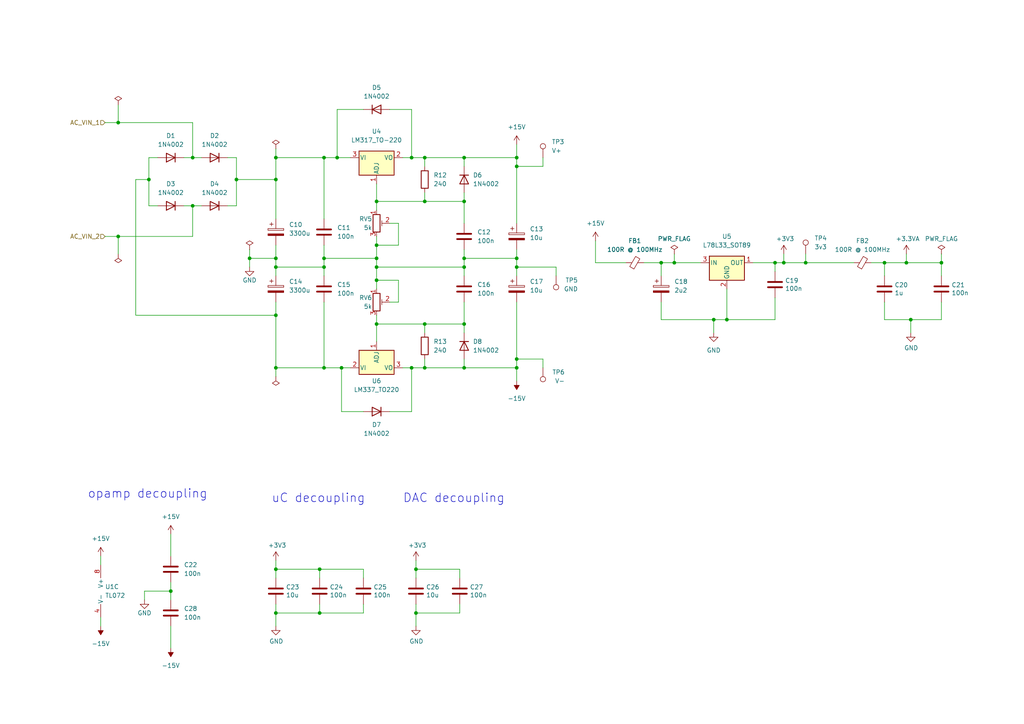
<source format=kicad_sch>
(kicad_sch (version 20230121) (generator eeschema)
  (paper "A4")
  (title_block (title "M.S.M. Stereo Lowpass Filter Pedal") (date "2022-06-07") (rev "0") (comment 2 "creativecommons.org/licenses/by/4.0") (comment 3 "License: CC by 4.0") (comment 4 "Author: Jordan Aceto"))
  (lib_symbols
    (symbol "Amplifier_Operational:TL072" (pin_names (offset 0.127))
      (property "Reference" "U" (at 0 5.08 0))
      (property "Value" "TL072" (at 0 -5.08 0))
      (symbol "TL072_1_1"
        (polyline (pts (xy -5.08 5.08) (xy 5.08 0) (xy -5.08 -5.08) (xy -5.08 5.08)) (stroke (width 0.254)) (fill (type background)))
        (pin output line (at 7.62 0 180) (length 2.54) (name "~") (number "1"))
        (pin input line (at -7.62 -2.54 0) (length 2.54) (name "-") (number "2"))
        (pin input line (at -7.62 2.54 0) (length 2.54) (name "+") (number "3"))
      )
      (symbol "TL072_2_1"
        (polyline (pts (xy -5.08 5.08) (xy 5.08 0) (xy -5.08 -5.08) (xy -5.08 5.08)) (stroke (width 0.254)) (fill (type background)))
        (pin input line (at -7.62 2.54 0) (length 2.54) (name "+") (number "5"))
        (pin input line (at -7.62 -2.54 0) (length 2.54) (name "-") (number "6"))
        (pin output line (at 7.62 0 180) (length 2.54) (name "~") (number "7"))
      )
      (symbol "TL072_3_1"
        (pin power_in line (at -2.54 -7.62 90) (length 3.81) (name "V-") (number "4"))
        (pin power_in line (at -2.54 7.62 270) (length 3.81) (name "V+") (number "8"))
      )
    )
    (symbol "Connector:TestPoint" (pin_numbers hide) (pin_names (offset 0.762) hide)
      (property "Reference" "TP" (at 0 6.858 0))
      (property "Value" "TestPoint" (at 0 5.08 0))
      (symbol "TestPoint_0_1"
        (circle (center 0 3.302) (radius 0.762))
      )
      (symbol "TestPoint_1_1"
        (pin passive line (at 0 0 90) (length 2.54) (name "1") (number "1"))
      )
    )
    (symbol "Device:C" (pin_numbers hide) (pin_names (offset 0.254))
      (property "Reference" "C" (at 0.635 2.54 0))
      (property "Value" "C" (at 0.635 -2.54 0))
      (symbol "C_0_1"
        (polyline (pts (xy -2.032 -0.762) (xy 2.032 -0.762)) (stroke (width 0.508)))
        (polyline (pts (xy -2.032 0.762) (xy 2.032 0.762)) (stroke (width 0.508)))
      )
      (symbol "C_1_1"
        (pin passive line (at 0 3.81 270) (length 2.794) (name "~") (number "1"))
        (pin passive line (at 0 -3.81 90) (length 2.794) (name "~") (number "2"))
      )
    )
    (symbol "Device:C_Polarized" (pin_numbers hide) (pin_names (offset 0.254))
      (property "Reference" "C" (at 0.635 2.54 0))
      (property "Value" "C_Polarized" (at 0.635 -2.54 0))
      (symbol "C_Polarized_0_1"
        (rectangle (start -2.286 0.508) (end 2.286 1.016))
        (polyline (pts (xy -1.778 2.286) (xy -0.762 2.286)))
        (polyline (pts (xy -1.27 2.794) (xy -1.27 1.778)))
        (rectangle (start 2.286 -0.508) (end -2.286 -1.016) (fill (type outline)))
      )
      (symbol "C_Polarized_1_1"
        (pin passive line (at 0 3.81 270) (length 2.794) (name "~") (number "1"))
        (pin passive line (at 0 -3.81 90) (length 2.794) (name "~") (number "2"))
      )
    )
    (symbol "Device:FerriteBead_Small" (pin_numbers hide) (pin_names (offset 0))
      (property "Reference" "FB" (at 1.905 1.27 0))
      (property "Value" "FerriteBead_Small" (at 1.905 -1.27 0))
      (symbol "FerriteBead_Small_0_1"
        (polyline (pts (xy 0 -1.27) (xy 0 -0.7874)))
        (polyline (pts (xy 0 0.889) (xy 0 1.2954)))
        (polyline (pts (xy -1.8288 0.2794) (xy -1.1176 1.4986) (xy 1.8288 -0.2032) (xy 1.1176 -1.4224) (xy -1.8288 0.2794)))
      )
      (symbol "FerriteBead_Small_1_1"
        (pin passive line (at 0 2.54 270) (length 1.27) (name "~") (number "1"))
        (pin passive line (at 0 -2.54 90) (length 1.27) (name "~") (number "2"))
      )
    )
    (symbol "Device:R" (pin_numbers hide) (pin_names (offset 0))
      (property "Reference" "R" (at 2.032 0 90))
      (property "Value" "R" (at 0 0 90))
      (symbol "R_0_1"
        (rectangle (start -1.016 -2.54) (end 1.016 2.54) (stroke (width 0.254)))
      )
      (symbol "R_1_1"
        (pin passive line (at 0 3.81 270) (length 1.27) (name "~") (number "1"))
        (pin passive line (at 0 -3.81 90) (length 1.27) (name "~") (number "2"))
      )
    )
    (symbol "Device:R_Potentiometer_Trim" (pin_names (offset 1.016) hide)
      (property "Reference" "RV" (at -4.445 0 90))
      (property "Value" "R_Potentiometer_Trim" (at -2.54 0 90))
      (symbol "R_Potentiometer_Trim_0_1"
        (polyline (pts (xy 1.524 0.762) (xy 1.524 -0.762)))
        (polyline (pts (xy 2.54 0) (xy 1.524 0)))
        (rectangle (start 1.016 2.54) (end -1.016 -2.54) (stroke (width 0.254)))
      )
      (symbol "R_Potentiometer_Trim_1_1"
        (pin passive line (at 0 3.81 270) (length 1.27) (name "1") (number "1"))
        (pin passive line (at 3.81 0 180) (length 1.27) (name "2") (number "2"))
        (pin passive line (at 0 -3.81 90) (length 1.27) (name "3") (number "3"))
      )
    )
    (symbol "Diode:1N4002" (pin_numbers hide) (pin_names (offset 1.016) hide)
      (property "Reference" "D" (at 0 2.54 0))
      (property "Value" "1N4002" (at 0 -2.54 0))
      (symbol "1N4002_0_1"
        (polyline (pts (xy -1.27 1.27) (xy -1.27 -1.27)) (stroke (width 0.254)))
        (polyline (pts (xy 1.27 0) (xy -1.27 0)))
        (polyline (pts (xy 1.27 1.27) (xy 1.27 -1.27) (xy -1.27 0) (xy 1.27 1.27)) (stroke (width 0.254)))
      )
      (symbol "1N4002_1_1"
        (pin passive line (at -3.81 0 0) (length 2.54) (name "K") (number "1"))
        (pin passive line (at 3.81 0 180) (length 2.54) (name "A") (number "2"))
      )
    )
    (symbol "Regulator_Linear:L78L33_SOT89" (pin_names (offset 0.254))
      (property "Reference" "U" (at -3.81 3.175 0))
      (property "Value" "L78L33_SOT89" (at -0.635 3.175 0))
      (symbol "L78L33_SOT89_0_1"
        (rectangle (start -5.08 1.905) (end 5.08 -5.08) (stroke (width 0.254)) (fill (type background)))
      )
      (symbol "L78L33_SOT89_1_1"
        (pin power_out line (at 7.62 0 180) (length 2.54) (name "OUT") (number "1"))
        (pin power_in line (at 0 -7.62 90) (length 2.54) (name "GND") (number "2"))
        (pin power_in line (at -7.62 0 0) (length 2.54) (name "IN") (number "3"))
      )
    )
    (symbol "Regulator_Linear:LM317_TO-220" (pin_names (offset 0.254))
      (property "Reference" "U" (at -3.81 3.175 0))
      (property "Value" "LM317_TO-220" (at 0 3.175 0))
      (symbol "LM317_TO-220_0_1"
        (rectangle (start -5.08 1.905) (end 5.08 -5.08) (stroke (width 0.254)) (fill (type background)))
      )
      (symbol "LM317_TO-220_1_1"
        (pin input line (at 0 -7.62 90) (length 2.54) (name "ADJ") (number "1"))
        (pin power_out line (at 7.62 0 180) (length 2.54) (name "VO") (number "2"))
        (pin power_in line (at -7.62 0 0) (length 2.54) (name "VI") (number "3"))
      )
    )
    (symbol "Regulator_Linear:LM337_TO220" (pin_names (offset 0.254))
      (property "Reference" "U" (at -3.81 -3.175 0))
      (property "Value" "LM337_TO220" (at 0 -3.175 0))
      (symbol "LM337_TO220_0_1"
        (rectangle (start -5.08 5.08) (end 5.08 -1.905) (stroke (width 0.254)) (fill (type background)))
      )
      (symbol "LM337_TO220_1_1"
        (pin input line (at 0 7.62 270) (length 2.54) (name "ADJ") (number "1"))
        (pin power_in line (at -7.62 0 0) (length 2.54) (name "VI") (number "2"))
        (pin power_out line (at 7.62 0 180) (length 2.54) (name "VO") (number "3"))
      )
    )
    (symbol "power:+15V" (power) (pin_names (offset 0))
      (property "Value" "+15V" (at 0 3.556 0))
      (symbol "+15V_0_1"
        (polyline (pts (xy -0.762 1.27) (xy 0 2.54)))
        (polyline (pts (xy 0 0) (xy 0 2.54)))
        (polyline (pts (xy 0 2.54) (xy 0.762 1.27)))
      )
      (symbol "+15V_1_1"
        (pin power_in line (at 0 0 90) (length 0) hide (name "+15V") (number "1"))
      )
    )
    (symbol "power:+3.3V" (power) (pin_names (offset 0))
      (property "Value" "+3.3V" (at 0 3.556 0))
      (symbol "+3.3V_0_1"
        (polyline (pts (xy -0.762 1.27) (xy 0 2.54)))
        (polyline (pts (xy 0 0) (xy 0 2.54)))
        (polyline (pts (xy 0 2.54) (xy 0.762 1.27)))
      )
      (symbol "+3.3V_1_1"
        (pin power_in line (at 0 0 90) (length 0) hide (name "+3V3") (number "1"))
      )
    )
    (symbol "power:+3.3VA" (power) (pin_names (offset 0))
      (property "Value" "+3.3VA" (at 0 3.556 0))
      (symbol "+3.3VA_0_1"
        (polyline (pts (xy -0.762 1.27) (xy 0 2.54)))
        (polyline (pts (xy 0 0) (xy 0 2.54)))
        (polyline (pts (xy 0 2.54) (xy 0.762 1.27)))
      )
      (symbol "+3.3VA_1_1"
        (pin power_in line (at 0 0 90) (length 0) hide (name "+3.3VA") (number "1"))
      )
    )
    (symbol "power:-15V" (power) (pin_names (offset 0))
      (property "Value" "-15V" (at 0 3.81 0))
      (symbol "-15V_0_0"
        (pin power_in line (at 0 0 90) (length 0) hide (name "-15V") (number "1"))
      )
      (symbol "-15V_0_1"
        (polyline (pts (xy 0 0) (xy 0 1.27) (xy 0.762 1.27) (xy 0 2.54) (xy -0.762 1.27) (xy 0 1.27)) (fill (type outline)))
      )
    )
    (symbol "power:GND" (power) (pin_names (offset 0))
      (property "Value" "GND" (at 0 -3.81 0))
      (symbol "GND_0_1"
        (polyline (pts (xy 0 0) (xy 0 -1.27) (xy 1.27 -1.27) (xy 0 -2.54) (xy -1.27 -1.27) (xy 0 -1.27)))
      )
      (symbol "GND_1_1"
        (pin power_in line (at 0 0 270) (length 0) hide (name "GND") (number "1"))
      )
    )
    (symbol "power:PWR_FLAG" (power) (pin_numbers hide) (pin_names (offset 0) hide)
      (property "Value" "PWR_FLAG" (at 0 3.81 0))
      (symbol "PWR_FLAG_0_0"
        (pin power_out line (at 0 0 90) (length 0) (name "pwr") (number "1"))
      )
      (symbol "PWR_FLAG_0_1"
        (polyline (pts (xy 0 0) (xy 0 1.27) (xy -1.016 1.905) (xy 0 2.54) (xy 1.016 1.905) (xy 0 1.27)))
      )
    )
  )
  (junction (at 109.22 74.93))
  (junction (at 195.58 76.2))
  (junction (at 34.29 35.56))
  (junction (at 134.62 74.93))
  (junction (at 264.16 92.71))
  (junction (at 119.38 106.68))
  (junction (at 256.54 76.2))
  (junction (at 93.98 45.72))
  (junction (at 149.86 48.26))
  (junction (at 109.22 81.28))
  (junction (at 43.18 52.07))
  (junction (at 34.29 68.58))
  (junction (at 149.86 106.68))
  (junction (at 134.62 45.72))
  (junction (at 109.22 71.12))
  (junction (at 134.62 93.98))
  (junction (at 80.01 74.93))
  (junction (at 123.19 58.42))
  (junction (at 134.62 106.68))
  (junction (at 120.65 177.8))
  (junction (at 80.01 165.1))
  (junction (at 93.98 74.93))
  (junction (at 99.06 106.68))
  (junction (at 207.01 92.71))
  (junction (at 109.22 77.47))
  (junction (at 149.86 104.14))
  (junction (at 92.71 165.1))
  (junction (at 97.79 45.72))
  (junction (at 149.86 77.47))
  (junction (at 134.62 58.42))
  (junction (at 93.98 77.47))
  (junction (at 123.19 93.98))
  (junction (at 120.65 165.1))
  (junction (at 92.71 177.8))
  (junction (at 134.62 77.47))
  (junction (at 123.19 106.68))
  (junction (at 80.01 52.07))
  (junction (at 273.05 76.2))
  (junction (at 227.33 76.2))
  (junction (at 191.77 76.2))
  (junction (at 55.88 59.69))
  (junction (at 80.01 77.47))
  (junction (at 80.01 91.44))
  (junction (at 262.89 76.2))
  (junction (at 149.86 45.72))
  (junction (at 68.58 52.07))
  (junction (at 55.88 45.72))
  (junction (at 72.39 74.93))
  (junction (at 210.82 92.71))
  (junction (at 149.86 74.93))
  (junction (at 109.22 93.98))
  (junction (at 93.98 106.68))
  (junction (at 49.53 171.45))
  (junction (at 123.19 45.72))
  (junction (at 80.01 45.72))
  (junction (at 233.68 76.2))
  (junction (at 224.79 76.2))
  (junction (at 109.22 58.42))
  (junction (at 80.01 106.68))
  (junction (at 119.38 45.72))
  (junction (at 80.01 177.8))
  (wire (pts (xy 34.29 68.58) (xy 34.29 73.66)))
  (wire (pts (xy 233.68 73.66) (xy 233.68 76.2)))
  (wire (pts (xy 93.98 77.47) (xy 93.98 80.01)))
  (wire (pts (xy 80.01 77.47) (xy 80.01 80.01)))
  (wire (pts (xy 43.18 45.72) (xy 43.18 52.07)))
  (wire (pts (xy 123.19 58.42) (xy 134.62 58.42)))
  (wire (pts (xy 157.48 104.14) (xy 149.86 104.14)))
  (wire (pts (xy 68.58 52.07) (xy 80.01 52.07)))
  (wire (pts (xy 72.39 74.93) (xy 80.01 74.93)))
  (wire (pts (xy 273.05 73.66) (xy 273.05 76.2)))
  (wire (pts (xy 109.22 58.42) (xy 123.19 58.42)))
  (wire (pts (xy 109.22 93.98) (xy 123.19 93.98)))
  (wire (pts (xy 191.77 92.71) (xy 207.01 92.71)))
  (wire (pts (xy 49.53 171.45) (xy 49.53 173.99)))
  (wire (pts (xy 134.62 72.39) (xy 134.62 74.93)))
  (wire (pts (xy 29.21 179.07) (xy 29.21 181.61)))
  (wire (pts (xy 273.05 76.2) (xy 273.05 80.01)))
  (wire (pts (xy 34.29 30.48) (xy 34.29 35.56)))
  (wire (pts (xy 49.53 181.61) (xy 49.53 187.96)))
  (wire (pts (xy 80.01 52.07) (xy 80.01 45.72)))
  (wire (pts (xy 109.22 71.12) (xy 109.22 74.93)))
  (wire (pts (xy 80.01 45.72) (xy 93.98 45.72)))
  (wire (pts (xy 97.79 45.72) (xy 97.79 31.75)))
  (wire (pts (xy 115.57 87.63) (xy 113.03 87.63)))
  (wire (pts (xy 30.48 68.58) (xy 34.29 68.58)))
  (wire (pts (xy 72.39 77.47) (xy 72.39 74.93)))
  (wire (pts (xy 80.01 74.93) (xy 80.01 77.47)))
  (wire (pts (xy 195.58 76.2) (xy 203.2 76.2)))
  (wire (pts (xy 30.48 35.56) (xy 34.29 35.56)))
  (wire (pts (xy 105.41 167.64) (xy 105.41 165.1)))
  (wire (pts (xy 39.37 91.44) (xy 80.01 91.44)))
  (wire (pts (xy 119.38 45.72) (xy 116.84 45.72)))
  (wire (pts (xy 149.86 77.47) (xy 149.86 80.01)))
  (wire (pts (xy 113.03 64.77) (xy 115.57 64.77)))
  (wire (pts (xy 123.19 55.88) (xy 123.19 58.42)))
  (wire (pts (xy 224.79 78.74) (xy 224.79 76.2)))
  (wire (pts (xy 80.01 181.61) (xy 80.01 177.8)))
  (wire (pts (xy 41.91 171.45) (xy 49.53 171.45)))
  (wire (pts (xy 101.6 45.72) (xy 97.79 45.72)))
  (wire (pts (xy 109.22 77.47) (xy 109.22 74.93)))
  (wire (pts (xy 161.29 77.47) (xy 149.86 77.47)))
  (wire (pts (xy 123.19 104.14) (xy 123.19 106.68)))
  (wire (pts (xy 227.33 76.2) (xy 233.68 76.2)))
  (wire (pts (xy 43.18 52.07) (xy 39.37 52.07)))
  (wire (pts (xy 115.57 64.77) (xy 115.57 71.12)))
  (wire (pts (xy 120.65 162.56) (xy 120.65 165.1)))
  (wire (pts (xy 134.62 77.47) (xy 134.62 80.01)))
  (wire (pts (xy 93.98 106.68) (xy 99.06 106.68)))
  (wire (pts (xy 116.84 106.68) (xy 119.38 106.68)))
  (wire (pts (xy 207.01 92.71) (xy 210.82 92.71)))
  (wire (pts (xy 149.86 104.14) (xy 149.86 87.63)))
  (wire (pts (xy 55.88 59.69) (xy 58.42 59.69)))
  (wire (pts (xy 120.65 165.1) (xy 133.35 165.1)))
  (wire (pts (xy 224.79 76.2) (xy 218.44 76.2)))
  (wire (pts (xy 105.41 119.38) (xy 99.06 119.38)))
  (wire (pts (xy 134.62 45.72) (xy 149.86 45.72)))
  (wire (pts (xy 80.01 77.47) (xy 93.98 77.47)))
  (wire (pts (xy 120.65 177.8) (xy 133.35 177.8)))
  (wire (pts (xy 68.58 45.72) (xy 66.04 45.72)))
  (wire (pts (xy 134.62 104.14) (xy 134.62 106.68)))
  (wire (pts (xy 224.79 76.2) (xy 227.33 76.2)))
  (wire (pts (xy 109.22 77.47) (xy 109.22 81.28)))
  (wire (pts (xy 66.04 59.69) (xy 68.58 59.69)))
  (wire (pts (xy 80.01 91.44) (xy 80.01 87.63)))
  (wire (pts (xy 149.86 106.68) (xy 149.86 104.14)))
  (wire (pts (xy 123.19 93.98) (xy 134.62 93.98)))
  (wire (pts (xy 80.01 91.44) (xy 80.01 106.68)))
  (wire (pts (xy 120.65 165.1) (xy 120.65 167.64)))
  (wire (pts (xy 123.19 45.72) (xy 119.38 45.72)))
  (wire (pts (xy 134.62 74.93) (xy 134.62 77.47)))
  (wire (pts (xy 99.06 106.68) (xy 101.6 106.68)))
  (wire (pts (xy 233.68 76.2) (xy 247.65 76.2)))
  (wire (pts (xy 68.58 59.69) (xy 68.58 52.07)))
  (wire (pts (xy 105.41 177.8) (xy 105.41 175.26)))
  (wire (pts (xy 43.18 59.69) (xy 45.72 59.69)))
  (wire (pts (xy 93.98 45.72) (xy 97.79 45.72)))
  (wire (pts (xy 210.82 83.82) (xy 210.82 92.71)))
  (wire (pts (xy 256.54 76.2) (xy 262.89 76.2)))
  (wire (pts (xy 80.01 52.07) (xy 80.01 63.5)))
  (wire (pts (xy 80.01 177.8) (xy 92.71 177.8)))
  (wire (pts (xy 93.98 74.93) (xy 93.98 77.47)))
  (wire (pts (xy 109.22 77.47) (xy 134.62 77.47)))
  (wire (pts (xy 134.62 58.42) (xy 134.62 55.88)))
  (wire (pts (xy 53.34 45.72) (xy 55.88 45.72)))
  (wire (pts (xy 115.57 81.28) (xy 109.22 81.28)))
  (wire (pts (xy 55.88 45.72) (xy 58.42 45.72)))
  (wire (pts (xy 227.33 73.66) (xy 227.33 76.2)))
  (wire (pts (xy 45.72 45.72) (xy 43.18 45.72)))
  (wire (pts (xy 207.01 96.52) (xy 207.01 92.71)))
  (wire (pts (xy 134.62 87.63) (xy 134.62 93.98)))
  (wire (pts (xy 80.01 162.56) (xy 80.01 165.1)))
  (wire (pts (xy 99.06 119.38) (xy 99.06 106.68)))
  (wire (pts (xy 224.79 92.71) (xy 224.79 86.36)))
  (wire (pts (xy 92.71 177.8) (xy 92.71 175.26)))
  (wire (pts (xy 119.38 119.38) (xy 119.38 106.68)))
  (wire (pts (xy 256.54 92.71) (xy 256.54 87.63)))
  (wire (pts (xy 123.19 45.72) (xy 134.62 45.72)))
  (wire (pts (xy 157.48 48.26) (xy 149.86 48.26)))
  (wire (pts (xy 134.62 106.68) (xy 149.86 106.68)))
  (wire (pts (xy 120.65 175.26) (xy 120.65 177.8)))
  (wire (pts (xy 55.88 35.56) (xy 55.88 45.72)))
  (wire (pts (xy 273.05 87.63) (xy 273.05 92.71)))
  (wire (pts (xy 92.71 167.64) (xy 92.71 165.1)))
  (wire (pts (xy 34.29 68.58) (xy 55.88 68.58)))
  (wire (pts (xy 41.91 173.99) (xy 41.91 171.45)))
  (wire (pts (xy 149.86 72.39) (xy 149.86 74.93)))
  (wire (pts (xy 80.01 71.12) (xy 80.01 74.93)))
  (wire (pts (xy 273.05 92.71) (xy 264.16 92.71)))
  (wire (pts (xy 55.88 59.69) (xy 53.34 59.69)))
  (wire (pts (xy 161.29 80.01) (xy 161.29 77.47)))
  (wire (pts (xy 80.01 165.1) (xy 92.71 165.1)))
  (wire (pts (xy 123.19 93.98) (xy 123.19 96.52)))
  (wire (pts (xy 92.71 165.1) (xy 105.41 165.1)))
  (wire (pts (xy 191.77 76.2) (xy 195.58 76.2)))
  (wire (pts (xy 157.48 106.68) (xy 157.48 104.14)))
  (wire (pts (xy 123.19 106.68) (xy 134.62 106.68)))
  (wire (pts (xy 157.48 45.72) (xy 157.48 48.26)))
  (wire (pts (xy 115.57 87.63) (xy 115.57 81.28)))
  (wire (pts (xy 195.58 73.66) (xy 195.58 76.2)))
  (wire (pts (xy 80.01 43.18) (xy 80.01 45.72)))
  (wire (pts (xy 109.22 93.98) (xy 109.22 99.06)))
  (wire (pts (xy 210.82 92.71) (xy 224.79 92.71)))
  (wire (pts (xy 49.53 168.91) (xy 49.53 171.45)))
  (wire (pts (xy 97.79 31.75) (xy 105.41 31.75)))
  (wire (pts (xy 29.21 161.29) (xy 29.21 163.83)))
  (wire (pts (xy 80.01 175.26) (xy 80.01 177.8)))
  (wire (pts (xy 109.22 91.44) (xy 109.22 93.98)))
  (wire (pts (xy 119.38 31.75) (xy 113.03 31.75)))
  (wire (pts (xy 123.19 45.72) (xy 123.19 48.26)))
  (wire (pts (xy 133.35 177.8) (xy 133.35 175.26)))
  (wire (pts (xy 149.86 48.26) (xy 149.86 45.72)))
  (wire (pts (xy 72.39 72.39) (xy 72.39 74.93)))
  (wire (pts (xy 149.86 64.77) (xy 149.86 48.26)))
  (wire (pts (xy 149.86 74.93) (xy 149.86 77.47)))
  (wire (pts (xy 134.62 45.72) (xy 134.62 48.26)))
  (wire (pts (xy 93.98 74.93) (xy 109.22 74.93)))
  (wire (pts (xy 172.72 69.85) (xy 172.72 76.2)))
  (wire (pts (xy 68.58 52.07) (xy 68.58 45.72)))
  (wire (pts (xy 109.22 53.34) (xy 109.22 58.42)))
  (wire (pts (xy 113.03 119.38) (xy 119.38 119.38)))
  (wire (pts (xy 115.57 71.12) (xy 109.22 71.12)))
  (wire (pts (xy 262.89 76.2) (xy 262.89 73.66)))
  (wire (pts (xy 264.16 92.71) (xy 256.54 92.71)))
  (wire (pts (xy 109.22 68.58) (xy 109.22 71.12)))
  (wire (pts (xy 93.98 71.12) (xy 93.98 74.93)))
  (wire (pts (xy 43.18 52.07) (xy 43.18 59.69)))
  (wire (pts (xy 262.89 76.2) (xy 273.05 76.2)))
  (wire (pts (xy 109.22 58.42) (xy 109.22 60.96)))
  (wire (pts (xy 80.01 106.68) (xy 93.98 106.68)))
  (wire (pts (xy 80.01 165.1) (xy 80.01 167.64)))
  (wire (pts (xy 134.62 93.98) (xy 134.62 96.52)))
  (wire (pts (xy 119.38 45.72) (xy 119.38 31.75)))
  (wire (pts (xy 149.86 41.91) (xy 149.86 45.72)))
  (wire (pts (xy 252.73 76.2) (xy 256.54 76.2)))
  (wire (pts (xy 191.77 76.2) (xy 186.69 76.2)))
  (wire (pts (xy 120.65 181.61) (xy 120.65 177.8)))
  (wire (pts (xy 34.29 35.56) (xy 55.88 35.56)))
  (wire (pts (xy 172.72 76.2) (xy 181.61 76.2)))
  (wire (pts (xy 134.62 58.42) (xy 134.62 64.77)))
  (wire (pts (xy 149.86 106.68) (xy 149.86 110.49)))
  (wire (pts (xy 49.53 154.94) (xy 49.53 161.29)))
  (wire (pts (xy 80.01 109.22) (xy 80.01 106.68)))
  (wire (pts (xy 92.71 177.8) (xy 105.41 177.8)))
  (wire (pts (xy 39.37 52.07) (xy 39.37 91.44)))
  (wire (pts (xy 191.77 80.01) (xy 191.77 76.2)))
  (wire (pts (xy 55.88 68.58) (xy 55.88 59.69)))
  (wire (pts (xy 109.22 81.28) (xy 109.22 83.82)))
  (wire (pts (xy 191.77 87.63) (xy 191.77 92.71)))
  (wire (pts (xy 119.38 106.68) (xy 123.19 106.68)))
  (wire (pts (xy 256.54 80.01) (xy 256.54 76.2)))
  (wire (pts (xy 134.62 74.93) (xy 149.86 74.93)))
  (wire (pts (xy 264.16 96.52) (xy 264.16 92.71)))
  (wire (pts (xy 133.35 167.64) (xy 133.35 165.1)))
  (wire (pts (xy 93.98 87.63) (xy 93.98 106.68)))
  (wire (pts (xy 93.98 45.72) (xy 93.98 63.5)))
  (text "uC decoupling" (at 78.74 146.05 0) (effects (font (size 2.5 2.5)) (justify left bottom)))
  (text "DAC decoupling" (at 116.84 146.05 0) (effects (font (size 2.5 2.5)) (justify left bottom)))
  (text "opamp decoupling" (at 25.4 144.78 0) (effects (font (size 2.5 2.5)) (justify left bottom)))
  (hierarchical_label "AC_VIN_1" (shape input) (at 30.48 35.56 180))
  (hierarchical_label "AC_VIN_2" (shape input) (at 30.48 68.58 180))
  (symbol (lib_id "Diode:1N4002") (at 109.22 31.75 0) (unit 1)
    (property "Reference" "D5" (at 109.22 25.4 0))
    (property "Value" "1N4002" (at 109.22 27.94 0))
    (property "Footprint" "Diode_THT:D_DO-41_SOD81_P10.16mm_Horizontal" (effects hide))
    (property "Datasheet" "http://www.vishay.com/docs/88503/1n4001.pdf" (effects hide))
  )
  (symbol (lib_id "power:GND") (at 72.39 77.47 0) (unit 1)
    (property "Reference" "#PWR056" (effects hide))
    (property "Value" "GND" (at 72.39 81.28 0))
  )
  (symbol (lib_id "Diode:1N4002") (at 62.23 45.72 180) (unit 1)
    (property "Reference" "D2" (at 62.23 39.37 0))
    (property "Value" "1N4002" (at 62.23 41.91 0))
    (property "Footprint" "Diode_THT:D_DO-41_SOD81_P10.16mm_Horizontal" (effects hide))
    (property "Datasheet" "http://www.vishay.com/docs/88503/1n4001.pdf" (effects hide))
  )
  (symbol (lib_id "power:+15V") (at 172.72 69.85 0) (unit 1)
    (property "Reference" "#PWR053" (effects hide))
    (property "Value" "+15V" (at 172.72 64.77 0))
  )
  (symbol (lib_id "Device:C") (at 134.62 68.58 0) (unit 1)
    (property "Reference" "C12" (at 138.43 67.3099 0) (effects (justify left)))
    (property "Value" "100n" (at 138.43 69.8499 0) (effects (justify left)))
    (property "Footprint" "Capacitor_SMD:C_0805_2012Metric" (effects hide))
  )
  (symbol (lib_id "power:+3.3V") (at 120.65 162.56 0) (unit 1)
    (property "Reference" "#PWR063" (effects hide))
    (property "Value" "+3.3V" (at 121.031 158.1658 0))
  )
  (symbol (lib_id "Device:C_Polarized") (at 149.86 68.58 0) (unit 1)
    (property "Reference" "C13" (at 153.67 66.4209 0) (effects (justify left)))
    (property "Value" "10u" (at 153.67 68.9609 0) (effects (justify left)))
    (property "Footprint" "Capacitor_THT:CP_Radial_D6.3mm_P2.50mm" (effects hide))
  )
  (symbol (lib_id "Device:C") (at 273.05 83.82 0) (unit 1)
    (property "Reference" "C21" (at 275.971 82.6516 0) (effects (justify left)))
    (property "Value" "100n" (at 275.971 84.963 0) (effects (justify left)))
    (property "Footprint" "Capacitor_SMD:C_0805_2012Metric" (effects hide))
  )
  (symbol (lib_id "power:GND") (at 264.16 96.52 0) (unit 1)
    (property "Reference" "#PWR058" (effects hide))
    (property "Value" "GND" (at 264.287 100.9142 0))
  )
  (symbol (lib_id "Device:C") (at 105.41 171.45 0) (unit 1)
    (property "Reference" "C25" (at 108.331 170.2816 0) (effects (justify left)))
    (property "Value" "100n" (at 108.331 172.593 0) (effects (justify left)))
    (property "Footprint" "Capacitor_SMD:C_0805_2012Metric" (effects hide))
  )
  (symbol (lib_id "power:PWR_FLAG") (at 195.58 73.66 0) (unit 1)
    (property "Reference" "#FLG06" (effects hide))
    (property "Value" "PWR_FLAG" (at 195.58 69.2658 0))
  )
  (symbol (lib_id "Device:C") (at 120.65 171.45 0) (unit 1)
    (property "Reference" "C26" (at 123.571 170.2816 0) (effects (justify left)))
    (property "Value" "10u" (at 123.571 172.593 0) (effects (justify left)))
    (property "Footprint" "Capacitor_SMD:C_0805_2012Metric" (effects hide))
  )
  (symbol (lib_id "power:PWR_FLAG") (at 273.05 73.66 0) (unit 1)
    (property "Reference" "#FLG07" (effects hide))
    (property "Value" "PWR_FLAG" (at 273.05 69.2658 0))
  )
  (symbol (lib_id "Device:C") (at 133.35 171.45 0) (unit 1)
    (property "Reference" "C27" (at 136.271 170.2816 0) (effects (justify left)))
    (property "Value" "100n" (at 136.271 172.593 0) (effects (justify left)))
    (property "Footprint" "Capacitor_SMD:C_0805_2012Metric" (effects hide))
  )
  (symbol (lib_id "Device:C_Polarized") (at 80.01 83.82 0) (unit 1)
    (property "Reference" "C14" (at 83.82 81.6609 0) (effects (justify left)))
    (property "Value" "3300u" (at 83.82 84.2009 0) (effects (justify left)))
    (property "Footprint" "Capacitor_THT:CP_Radial_D18.0mm_P7.50mm" (effects hide))
  )
  (symbol (lib_id "Diode:1N4002") (at 134.62 52.07 270) (unit 1)
    (property "Reference" "D6" (at 137.16 50.7999 90) (effects (justify left)))
    (property "Value" "1N4002" (at 137.16 53.3399 90) (effects (justify left)))
    (property "Footprint" "Diode_THT:D_DO-41_SOD81_P10.16mm_Horizontal" (effects hide))
    (property "Datasheet" "http://www.vishay.com/docs/88503/1n4001.pdf" (effects hide))
  )
  (symbol (lib_id "Device:R_Potentiometer_Trim") (at 109.22 64.77 0) (unit 1)
    (property "Reference" "RV5" (at 107.95 63.4999 0) (effects (justify right)))
    (property "Value" "5k" (at 107.95 66.0399 0) (effects (justify right)))
    (property "Footprint" "Potentiometer_THT:Potentiometer_Bourns_3296W_Vertical" (effects hide))
  )
  (symbol (lib_id "Device:C_Polarized") (at 149.86 83.82 0) (unit 1)
    (property "Reference" "C17" (at 153.67 81.6609 0) (effects (justify left)))
    (property "Value" "10u" (at 153.67 84.2009 0) (effects (justify left)))
    (property "Footprint" "Capacitor_THT:CP_Radial_D6.3mm_P2.50mm" (effects hide))
  )
  (symbol (lib_id "Device:FerriteBead_Small") (at 184.15 76.2 90) (unit 1)
    (property "Reference" "FB1" (at 184.1119 69.85 90))
    (property "Value" "100R @ 100MHz" (at 184.1119 72.39 90))
    (property "Footprint" "Inductor_SMD:L_0805_2012Metric" (effects hide))
  )
  (symbol (lib_id "Regulator_Linear:LM337_TO220") (at 109.22 106.68 0) (unit 1)
    (property "Reference" "U6" (at 109.22 110.49 0))
    (property "Value" "LM337_TO220" (at 109.22 113.03 0))
    (property "Footprint" "Package_TO_SOT_THT:TO-220F-3_Horizontal_TabDown" (effects hide))
    (property "Datasheet" "http://www.ti.com/lit/ds/symlink/lm337-n.pdf" (effects hide))
  )
  (symbol (lib_id "Connector:TestPoint") (at 157.48 45.72 0) (unit 1)
    (property "Reference" "TP3" (at 160.02 41.1479 0) (effects (justify left)))
    (property "Value" "V+" (at 160.02 43.6879 0) (effects (justify left)))
    (property "Footprint" "TestPoint:TestPoint_Keystone_5000-5004_Miniature" (effects hide))
  )
  (symbol (lib_id "power:PWR_FLAG") (at 34.29 30.48 0) (unit 1)
    (property "Reference" "#FLG02" (effects hide))
    (property "Value" "PWR_FLAG" (effects hide))
  )
  (symbol (lib_id "Device:C") (at 256.54 83.82 0) (unit 1)
    (property "Reference" "C20" (at 259.461 82.6516 0) (effects (justify left)))
    (property "Value" "1u" (at 259.461 84.963 0) (effects (justify left)))
    (property "Footprint" "Capacitor_SMD:C_0805_2012Metric" (effects hide))
  )
  (symbol (lib_id "power:GND") (at 80.01 181.61 0) (unit 1)
    (property "Reference" "#PWR066" (effects hide))
    (property "Value" "GND" (at 80.137 186.0042 0))
  )
  (symbol (lib_id "Connector:TestPoint") (at 161.29 80.01 0) (mirror x) (unit 1)
    (property "Reference" "TP5" (at 167.64 81.28 0) (effects (justify right)))
    (property "Value" "GND" (at 167.64 83.82 0) (effects (justify right)))
    (property "Footprint" "TestPoint:TestPoint_Bridge_Pitch7.62mm_Drill1.3mm" (effects hide))
  )
  (symbol (lib_id "Regulator_Linear:L78L33_SOT89") (at 210.82 76.2 0) (unit 1)
    (property "Reference" "U5" (at 210.82 68.58 0))
    (property "Value" "L78L33_SOT89" (at 210.82 71.12 0))
    (property "Footprint" "Package_TO_SOT_SMD:SOT-89-3" (effects hide))
    (property "Datasheet" "http://www.st.com/content/ccc/resource/technical/document/datasheet/15/55/e5/aa/23/5b/43/fd/CD00000446.pdf/files/CD00000446.pdf/jcr:content/translations/en.CD00000446.pdf" (effects hide))
  )
  (symbol (lib_id "power:PWR_FLAG") (at 34.29 73.66 180) (unit 1)
    (property "Reference" "#FLG04" (effects hide))
    (property "Value" "PWR_FLAG" (effects hide))
  )
  (symbol (lib_id "power:+15V") (at 29.21 161.29 0) (unit 1)
    (property "Reference" "#PWR061" (effects hide))
    (property "Value" "+15V" (at 29.21 156.21 0))
  )
  (symbol (lib_id "Connector:TestPoint") (at 233.68 73.66 0) (unit 1)
    (property "Reference" "TP4" (at 236.22 69.0879 0) (effects (justify left)))
    (property "Value" "3v3" (at 236.22 71.6279 0) (effects (justify left)))
    (property "Footprint" "TestPoint:TestPoint_Keystone_5000-5004_Miniature" (effects hide))
  )
  (symbol (lib_id "power:GND") (at 41.91 173.99 0) (unit 1)
    (property "Reference" "#PWR064" (effects hide))
    (property "Value" "GND" (at 41.91 177.8 0))
  )
  (symbol (lib_id "Device:C") (at 92.71 171.45 0) (unit 1)
    (property "Reference" "C24" (at 95.631 170.2816 0) (effects (justify left)))
    (property "Value" "100n" (at 95.631 172.593 0) (effects (justify left)))
    (property "Footprint" "Capacitor_SMD:C_0805_2012Metric" (effects hide))
  )
  (symbol (lib_id "Device:C") (at 49.53 177.8 0) (unit 1)
    (property "Reference" "C28" (at 53.34 176.5299 0) (effects (justify left)))
    (property "Value" "100n" (at 53.34 179.0699 0) (effects (justify left)))
    (property "Footprint" "Capacitor_SMD:C_0805_2012Metric" (effects hide))
  )
  (symbol (lib_id "power:-15V") (at 29.21 181.61 180) (unit 1)
    (property "Reference" "#PWR065" (effects hide))
    (property "Value" "-15V" (at 29.21 186.69 0))
  )
  (symbol (lib_id "Device:C_Polarized") (at 80.01 67.31 0) (unit 1)
    (property "Reference" "C10" (at 83.82 65.1509 0) (effects (justify left)))
    (property "Value" "3300u" (at 83.82 67.6909 0) (effects (justify left)))
    (property "Footprint" "Capacitor_THT:CP_Radial_D18.0mm_P7.50mm" (effects hide))
  )
  (symbol (lib_id "power:PWR_FLAG") (at 72.39 72.39 0) (unit 1)
    (property "Reference" "#FLG05" (effects hide))
    (property "Value" "PWR_FLAG" (effects hide))
  )
  (symbol (lib_id "power:-15V") (at 149.86 110.49 180) (unit 1)
    (property "Reference" "#PWR059" (effects hide))
    (property "Value" "-15V" (at 149.86 115.57 0))
  )
  (symbol (lib_id "power:+15V") (at 149.86 41.91 0) (unit 1)
    (property "Reference" "#PWR052" (effects hide))
    (property "Value" "+15V" (at 149.86 36.83 0))
  )
  (symbol (lib_id "Device:C") (at 134.62 83.82 0) (unit 1)
    (property "Reference" "C16" (at 138.43 82.5499 0) (effects (justify left)))
    (property "Value" "100n" (at 138.43 85.0899 0) (effects (justify left)))
    (property "Footprint" "Capacitor_SMD:C_0805_2012Metric" (effects hide))
  )
  (symbol (lib_id "power:+15V") (at 49.53 154.94 0) (unit 1)
    (property "Reference" "#PWR060" (effects hide))
    (property "Value" "+15V" (at 49.53 149.86 0))
  )
  (symbol (lib_id "Device:C_Polarized") (at 191.77 83.82 0) (unit 1)
    (property "Reference" "C18" (at 195.58 81.6609 0) (effects (justify left)))
    (property "Value" "2u2" (at 195.58 84.2009 0) (effects (justify left)))
    (property "Footprint" "Capacitor_THT:CP_Radial_D6.3mm_P2.50mm" (effects hide))
  )
  (symbol (lib_id "power:GND") (at 207.01 96.52 0) (unit 1)
    (property "Reference" "#PWR057" (effects hide))
    (property "Value" "GND" (at 207.01 101.6 0))
  )
  (symbol (lib_id "Diode:1N4002") (at 109.22 119.38 180) (unit 1)
    (property "Reference" "D7" (at 109.22 123.19 0))
    (property "Value" "1N4002" (at 109.22 125.73 0))
    (property "Footprint" "Diode_THT:D_DO-41_SOD81_P10.16mm_Horizontal" (effects hide))
    (property "Datasheet" "http://www.vishay.com/docs/88503/1n4001.pdf" (effects hide))
  )
  (symbol (lib_id "Device:C") (at 224.79 82.55 0) (unit 1)
    (property "Reference" "C19" (at 227.711 81.3816 0) (effects (justify left)))
    (property "Value" "100n" (at 227.711 83.693 0) (effects (justify left)))
    (property "Footprint" "Capacitor_SMD:C_0805_2012Metric" (effects hide))
  )
  (symbol (lib_id "Diode:1N4002") (at 49.53 45.72 180) (unit 1)
    (property "Reference" "D1" (at 49.53 39.37 0))
    (property "Value" "1N4002" (at 49.53 41.91 0))
    (property "Footprint" "Diode_THT:D_DO-41_SOD81_P10.16mm_Horizontal" (effects hide))
    (property "Datasheet" "http://www.vishay.com/docs/88503/1n4001.pdf" (effects hide))
  )
  (symbol (lib_id "power:+3.3V") (at 227.33 73.66 0) (unit 1)
    (property "Reference" "#PWR054" (effects hide))
    (property "Value" "+3.3V" (at 227.711 69.2658 0))
  )
  (symbol (lib_id "Device:R_Potentiometer_Trim") (at 109.22 87.63 0) (unit 1)
    (property "Reference" "RV6" (at 107.95 86.3599 0) (effects (justify right)))
    (property "Value" "5k" (at 107.95 88.8999 0) (effects (justify right)))
    (property "Footprint" "Potentiometer_THT:Potentiometer_Bourns_3296W_Vertical" (effects hide))
  )
  (symbol (lib_id "power:GND") (at 120.65 181.61 0) (unit 1)
    (property "Reference" "#PWR067" (effects hide))
    (property "Value" "GND" (at 120.777 186.0042 0))
  )
  (symbol (lib_id "power:PWR_FLAG") (at 80.01 109.22 180) (unit 1)
    (property "Reference" "#FLG08" (effects hide))
    (property "Value" "PWR_FLAG" (effects hide))
  )
  (symbol (lib_id "power:+3.3VA") (at 262.89 73.66 0) (unit 1)
    (property "Reference" "#PWR055" (effects hide))
    (property "Value" "+3.3VA" (at 263.271 69.2658 0))
  )
  (symbol (lib_id "Amplifier_Operational:TL072") (at 31.75 171.45 0) (unit 3)
    (property "Reference" "U1" (at 30.48 170.1799 0) (effects (justify left)))
    (property "Value" "TL072" (at 30.48 172.7199 0) (effects (justify left)))
    (property "Footprint" "Package_SO:SOIC-8_3.9x4.9mm_P1.27mm" (effects hide))
    (property "Datasheet" "http://www.ti.com/lit/ds/symlink/tl071.pdf" (effects hide))
  )
  (symbol (lib_id "power:PWR_FLAG") (at 80.01 43.18 0) (unit 1)
    (property "Reference" "#FLG03" (effects hide))
    (property "Value" "PWR_FLAG" (effects hide))
  )
  (symbol (lib_id "Device:C") (at 93.98 83.82 0) (unit 1)
    (property "Reference" "C15" (at 97.79 82.5499 0) (effects (justify left)))
    (property "Value" "100n" (at 97.79 85.0899 0) (effects (justify left)))
    (property "Footprint" "Capacitor_SMD:C_0805_2012Metric" (effects hide))
  )
  (symbol (lib_id "Device:C") (at 49.53 165.1 0) (unit 1)
    (property "Reference" "C22" (at 53.34 163.8299 0) (effects (justify left)))
    (property "Value" "100n" (at 53.34 166.3699 0) (effects (justify left)))
    (property "Footprint" "Capacitor_SMD:C_0805_2012Metric" (effects hide))
  )
  (symbol (lib_id "Regulator_Linear:LM317_TO-220") (at 109.22 45.72 0) (unit 1)
    (property "Reference" "U4" (at 109.22 38.1 0))
    (property "Value" "LM317_TO-220" (at 109.22 40.64 0))
    (property "Footprint" "Package_TO_SOT_THT:TO-220F-3_Horizontal_TabDown" (effects hide))
    (property "Datasheet" "http://www.ti.com/lit/ds/symlink/lm317.pdf" (effects hide))
  )
  (symbol (lib_id "Diode:1N4002") (at 49.53 59.69 180) (unit 1)
    (property "Reference" "D3" (at 49.53 53.34 0))
    (property "Value" "1N4002" (at 49.53 55.88 0))
    (property "Footprint" "Diode_THT:D_DO-41_SOD81_P10.16mm_Horizontal" (effects hide))
    (property "Datasheet" "http://www.vishay.com/docs/88503/1n4001.pdf" (effects hide))
  )
  (symbol (lib_id "Connector:TestPoint") (at 157.48 106.68 0) (mirror x) (unit 1)
    (property "Reference" "TP6" (at 163.83 107.95 0) (effects (justify right)))
    (property "Value" "V-" (at 163.83 110.49 0) (effects (justify right)))
    (property "Footprint" "TestPoint:TestPoint_Keystone_5000-5004_Miniature" (effects hide))
  )
  (symbol (lib_id "Device:FerriteBead_Small") (at 250.19 76.2 90) (unit 1)
    (property "Reference" "FB2" (at 250.1519 69.85 90))
    (property "Value" "100R @ 100MHz" (at 250.1519 72.39 90))
    (property "Footprint" "Inductor_SMD:L_0805_2012Metric" (effects hide))
  )
  (symbol (lib_id "power:+3.3V") (at 80.01 162.56 0) (unit 1)
    (property "Reference" "#PWR062" (effects hide))
    (property "Value" "+3.3V" (at 80.391 158.1658 0))
  )
  (symbol (lib_id "Device:C") (at 80.01 171.45 0) (unit 1)
    (property "Reference" "C23" (at 82.931 170.2816 0) (effects (justify left)))
    (property "Value" "10u" (at 82.931 172.593 0) (effects (justify left)))
    (property "Footprint" "Capacitor_SMD:C_0805_2012Metric" (effects hide))
  )
  (symbol (lib_id "Device:R") (at 123.19 100.33 0) (unit 1)
    (property "Reference" "R13" (at 125.73 99.0599 0) (effects (justify left)))
    (property "Value" "240" (at 125.73 101.5999 0) (effects (justify left)))
    (property "Footprint" "Resistor_SMD:R_0805_2012Metric" (effects hide))
  )
  (symbol (lib_id "Diode:1N4002") (at 134.62 100.33 270) (unit 1)
    (property "Reference" "D8" (at 137.16 99.0599 90) (effects (justify left)))
    (property "Value" "1N4002" (at 137.16 101.6 90) (effects (justify left)))
    (property "Footprint" "Diode_THT:D_DO-41_SOD81_P10.16mm_Horizontal" (effects hide))
    (property "Datasheet" "http://www.vishay.com/docs/88503/1n4001.pdf" (effects hide))
  )
  (symbol (lib_id "Device:R") (at 123.19 52.07 0) (unit 1)
    (property "Reference" "R12" (at 125.73 50.7999 0) (effects (justify left)))
    (property "Value" "240" (at 125.73 53.3399 0) (effects (justify left)))
    (property "Footprint" "Resistor_SMD:R_0805_2012Metric" (effects hide))
  )
  (symbol (lib_id "power:-15V") (at 49.53 187.96 180) (unit 1)
    (property "Reference" "#PWR068" (effects hide))
    (property "Value" "-15V" (at 49.53 193.04 0))
  )
  (symbol (lib_id "Device:C") (at 93.98 67.31 0) (unit 1)
    (property "Reference" "C11" (at 97.79 66.0399 0) (effects (justify left)))
    (property "Value" "100n" (at 97.79 68.5799 0) (effects (justify left)))
    (property "Footprint" "Capacitor_SMD:C_0805_2012Metric" (effects hide))
  )
  (symbol (lib_id "Diode:1N4002") (at 62.23 59.69 180) (unit 1)
    (property "Reference" "D4" (at 62.23 53.34 0))
    (property "Value" "1N4002" (at 62.23 55.88 0))
    (property "Footprint" "Diode_THT:D_DO-41_SOD81_P10.16mm_Horizontal" (effects hide))
    (property "Datasheet" "http://www.vishay.com/docs/88503/1n4001.pdf" (effects hide))
  )
)
</source>
